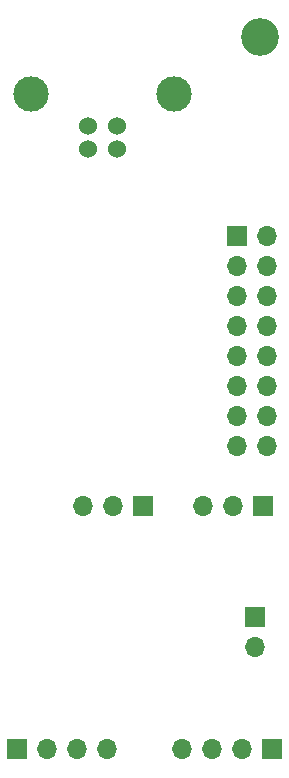
<source format=gbs>
G04 #@! TF.GenerationSoftware,KiCad,Pcbnew,(5.1.9)-1*
G04 #@! TF.CreationDate,2023-04-23T22:26:49+02:00*
G04 #@! TF.ProjectId,cp2102rs485,63703231-3032-4727-9334-38352e6b6963,rev?*
G04 #@! TF.SameCoordinates,Original*
G04 #@! TF.FileFunction,Soldermask,Bot*
G04 #@! TF.FilePolarity,Negative*
%FSLAX46Y46*%
G04 Gerber Fmt 4.6, Leading zero omitted, Abs format (unit mm)*
G04 Created by KiCad (PCBNEW (5.1.9)-1) date 2023-04-23 22:26:49*
%MOMM*%
%LPD*%
G01*
G04 APERTURE LIST*
%ADD10C,3.200000*%
%ADD11O,1.700000X1.700000*%
%ADD12R,1.700000X1.700000*%
%ADD13C,3.000000*%
%ADD14C,1.524000*%
G04 APERTURE END LIST*
D10*
X105410000Y-31750000D03*
D11*
X105029000Y-83439000D03*
D12*
X105029000Y-80899000D03*
D11*
X90424000Y-71501000D03*
X92964000Y-71501000D03*
D12*
X95504000Y-71501000D03*
D11*
X100584000Y-71501000D03*
X103124000Y-71501000D03*
D12*
X105664000Y-71501000D03*
D11*
X92456000Y-92075000D03*
X89916000Y-92075000D03*
X87376000Y-92075000D03*
D12*
X84836000Y-92075000D03*
D11*
X98806000Y-92075000D03*
X101346000Y-92075000D03*
X103886000Y-92075000D03*
D12*
X106426000Y-92075000D03*
D11*
X106045000Y-66421000D03*
X103505000Y-66421000D03*
X106045000Y-63881000D03*
X103505000Y-63881000D03*
X106045000Y-61341000D03*
X103505000Y-61341000D03*
X106045000Y-58801000D03*
X103505000Y-58801000D03*
X106045000Y-56261000D03*
X103505000Y-56261000D03*
X106045000Y-53721000D03*
X103505000Y-53721000D03*
X106045000Y-51181000D03*
X103505000Y-51181000D03*
X106045000Y-48641000D03*
D12*
X103505000Y-48641000D03*
D13*
X86055000Y-36565000D03*
X98095000Y-36565000D03*
D14*
X90825000Y-39275000D03*
X93325000Y-39275000D03*
X93325000Y-41275000D03*
X90825000Y-41275000D03*
M02*

</source>
